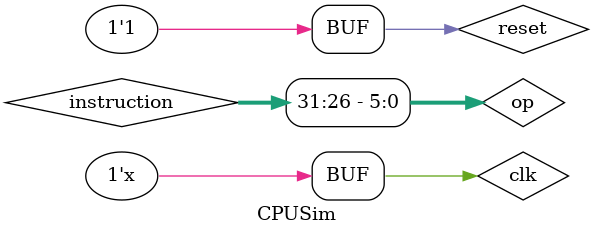
<source format=v>
`timescale 1ns / 1ps

module CPUSim();
    reg clk;
    reg reset;
    wire [31:0] pc, pcNext;
    wire [31:0] instruction;
    wire [31:26] op;
    wire [25:21] rs;
    wire [20:16] rt;
    wire [15:11] rd;
    wire [10:6] sa;
    wire [15:0] imm;
    wire [25:0] address;
    wire [31:0] readData1, readData2, writeData, memAddress, memData;

    assign op = instruction[31:26];
    assign rs = instruction[25:21];
    assign rt = instruction[20:16];
    assign rd = instruction[15:11];
    assign sa = instruction[10:6];
    assign imm = instruction[15:0];
    assign address = instruction[25:0];

    CPU cpu(
        .clk(clk),
        .reset(reset),
        .pcAddressOutNext(pcNext),
        .pcAddressOut(pc),
        .imDataOut(instruction),
        .rfReadData1(readData1),
        .rfReadData2(readData2),
        .rfWriteData(writeData),
        .aluResult(memAddress),
        .dmDataOut(memData)
    );

    always #15 clk = ~clk;

    initial begin
        clk = 0;

        reset = 1;
    end
endmodule

</source>
